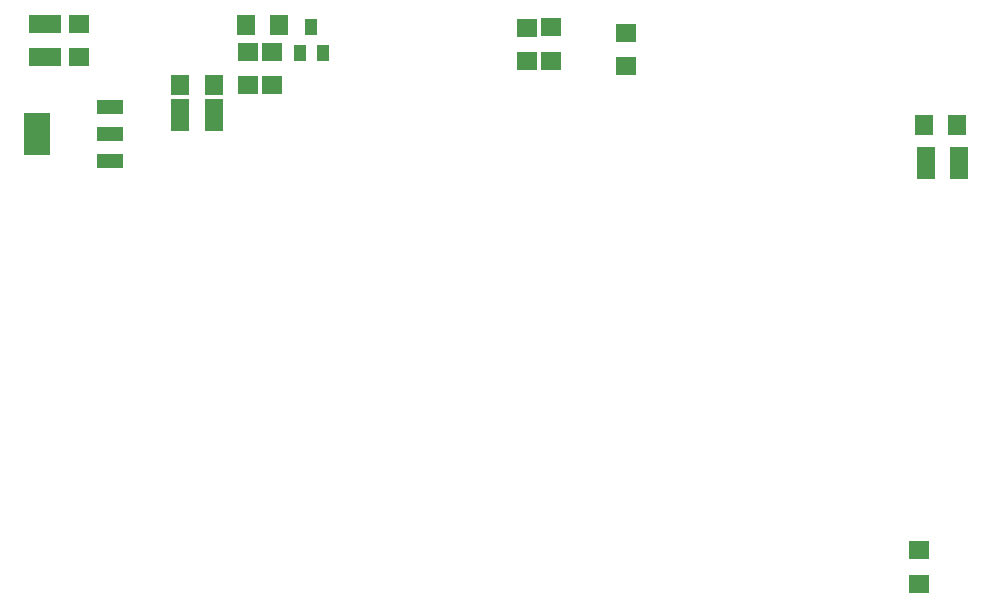
<source format=gbr>
G04 EAGLE Gerber X2 export*
%TF.Part,Single*%
%TF.FileFunction,Paste,Bot*%
%TF.FilePolarity,Positive*%
%TF.GenerationSoftware,Autodesk,EAGLE,9.6.2*%
%TF.CreationDate,2021-03-19T10:26:59Z*%
G75*
%MOMM*%
%FSLAX34Y34*%
%LPD*%
%INPaste Bottom*%
%AMOC8*
5,1,8,0,0,1.08239X$1,22.5*%
G01*
%ADD10R,1.600000X2.700000*%
%ADD11R,1.800000X1.600000*%
%ADD12R,1.600000X1.800000*%
%ADD13R,1.600000X1.803000*%
%ADD14R,1.000000X1.400000*%
%ADD15R,1.803000X1.600000*%
%ADD16R,2.700000X1.600000*%
%ADD17R,2.235200X1.219200*%
%ADD18R,2.200000X3.600000*%


D10*
X1022112Y513607D03*
X1050112Y513607D03*
D11*
X768350Y595600D03*
X768350Y623600D03*
D12*
X1020031Y545805D03*
X1048031Y545805D03*
D13*
X446155Y630238D03*
X474595Y630238D03*
D14*
X511150Y606538D03*
X492150Y606538D03*
X501650Y628538D03*
D15*
X447675Y607945D03*
X447675Y579505D03*
X1016000Y185670D03*
X1016000Y157230D03*
D11*
X468313Y607725D03*
X468313Y579725D03*
D16*
X276225Y631538D03*
X276225Y603538D03*
D11*
X304800Y631538D03*
X304800Y603538D03*
D12*
X390813Y579438D03*
X418813Y579438D03*
D10*
X390813Y554038D03*
X418813Y554038D03*
D15*
X704850Y600143D03*
X704850Y628583D03*
D11*
X684213Y600363D03*
X684213Y628363D03*
D17*
X331026Y561277D03*
X331026Y538163D03*
X331026Y515049D03*
D18*
X269048Y538163D03*
M02*

</source>
